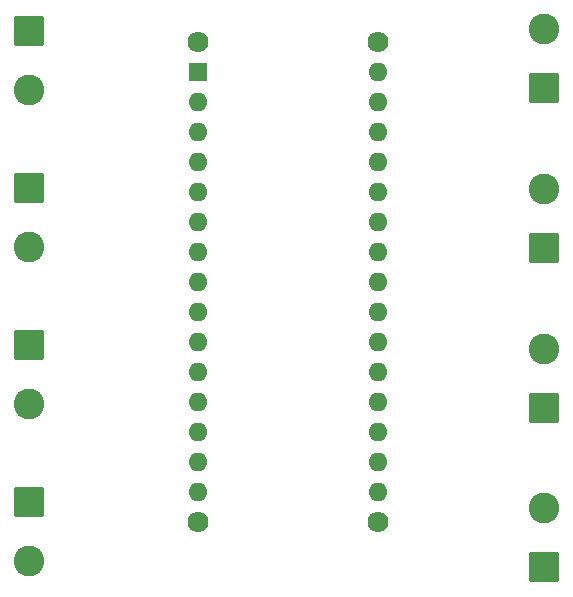
<source format=gts>
%TF.GenerationSoftware,KiCad,Pcbnew,9.0.0*%
%TF.CreationDate,2025-11-11T15:09:18+01:00*%
%TF.ProjectId,lidar_and_7_camera_trigger_arduino_circuit,6c696461-725f-4616-9e64-5f375f63616d,1.0*%
%TF.SameCoordinates,Original*%
%TF.FileFunction,Soldermask,Top*%
%TF.FilePolarity,Negative*%
%FSLAX46Y46*%
G04 Gerber Fmt 4.6, Leading zero omitted, Abs format (unit mm)*
G04 Created by KiCad (PCBNEW 9.0.0) date 2025-11-11 15:09:18*
%MOMM*%
%LPD*%
G01*
G04 APERTURE LIST*
G04 Aperture macros list*
%AMRoundRect*
0 Rectangle with rounded corners*
0 $1 Rounding radius*
0 $2 $3 $4 $5 $6 $7 $8 $9 X,Y pos of 4 corners*
0 Add a 4 corners polygon primitive as box body*
4,1,4,$2,$3,$4,$5,$6,$7,$8,$9,$2,$3,0*
0 Add four circle primitives for the rounded corners*
1,1,$1+$1,$2,$3*
1,1,$1+$1,$4,$5*
1,1,$1+$1,$6,$7*
1,1,$1+$1,$8,$9*
0 Add four rect primitives between the rounded corners*
20,1,$1+$1,$2,$3,$4,$5,0*
20,1,$1+$1,$4,$5,$6,$7,0*
20,1,$1+$1,$6,$7,$8,$9,0*
20,1,$1+$1,$8,$9,$2,$3,0*%
G04 Aperture macros list end*
%ADD10C,2.600000*%
%ADD11RoundRect,0.250000X-1.050000X1.050000X-1.050000X-1.050000X1.050000X-1.050000X1.050000X1.050000X0*%
%ADD12RoundRect,0.250000X1.050000X-1.050000X1.050000X1.050000X-1.050000X1.050000X-1.050000X-1.050000X0*%
%ADD13C,1.780000*%
%ADD14R,1.600000X1.600000*%
%ADD15O,1.600000X1.600000*%
G04 APERTURE END LIST*
D10*
%TO.C,J2*%
X139400000Y-90966667D03*
D11*
X139400000Y-85966667D03*
%TD*%
D10*
%TO.C,J4*%
X139400000Y-117566667D03*
D11*
X139400000Y-112566667D03*
%TD*%
D10*
%TO.C,J1*%
X139400000Y-77666667D03*
D11*
X139400000Y-72666667D03*
%TD*%
D10*
%TO.C,J3*%
X139400000Y-104266667D03*
D11*
X139400000Y-99266667D03*
%TD*%
D10*
%TO.C,J6*%
X183000000Y-99600000D03*
D12*
X183000000Y-104600000D03*
%TD*%
D10*
%TO.C,J5*%
X183000000Y-113116667D03*
D12*
X183000000Y-118116667D03*
%TD*%
D10*
%TO.C,J7*%
X183000000Y-86083334D03*
D12*
X183000000Y-91083334D03*
%TD*%
D10*
%TO.C,J8*%
X183000000Y-72566667D03*
D12*
X183000000Y-77566667D03*
%TD*%
D13*
%TO.C,A1*%
X153710000Y-73596667D03*
X153710000Y-114236667D03*
X168950000Y-73596667D03*
X168950000Y-114236667D03*
D14*
X153710000Y-76136667D03*
D15*
X153710000Y-78676667D03*
X153710000Y-81216667D03*
X153710000Y-83756667D03*
X153710000Y-86296667D03*
X153710000Y-88836667D03*
X153710000Y-91376667D03*
X153710000Y-93916667D03*
X153710000Y-96456667D03*
X153710000Y-98996667D03*
X153710000Y-101536667D03*
X153710000Y-104076667D03*
X153710000Y-106616667D03*
X153710000Y-109156667D03*
X153710000Y-111696667D03*
X168950000Y-111696667D03*
X168950000Y-109156667D03*
X168950000Y-106616667D03*
X168950000Y-104076667D03*
X168950000Y-101536667D03*
X168950000Y-98996667D03*
X168950000Y-96456667D03*
X168950000Y-93916667D03*
X168950000Y-91376667D03*
X168950000Y-88836667D03*
X168950000Y-86296667D03*
X168950000Y-83756667D03*
X168950000Y-81216667D03*
X168950000Y-78676667D03*
X168950000Y-76136667D03*
%TD*%
M02*

</source>
